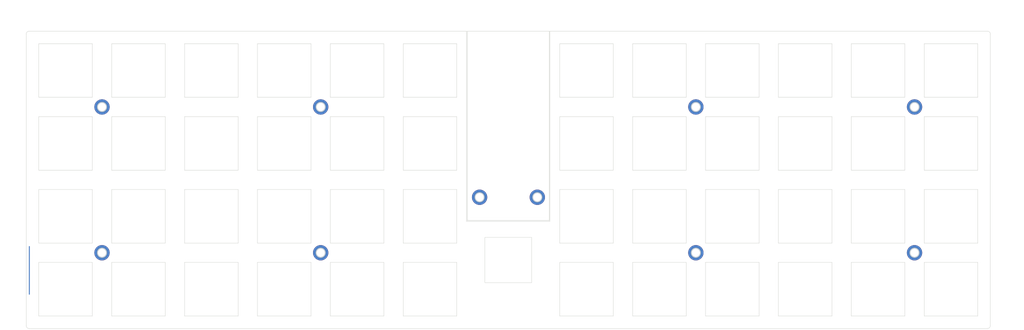
<source format=kicad_pcb>
(kicad_pcb (version 20211014) (generator pcbnew)
  (layers (0 "F.Cu" signal) (31 "B.Cu" signal) (34 "B.Paste" user) (35 "F.Paste" user) (36 "B.SilkS" user "B.Silkscreen") (37 "F.SilkS" user "F.Silkscreen") (38 "B.Mask" user) (39 "F.Mask" user) (44 "Edge.Cuts" user))
  (net 0 "")
  (footprint "marbastlib-mx:SW_MX_1u_Plate" (layer "F.Cu") (at 206.125 122.35)
    (fp_text reference "REF**" hide)
    (fp_text value "SW_MX_1u_Plate" hide)
    (fp_line (start -7 -7) (end -7 7) (layer "Edge.Cuts") (width 0.1))
    (fp_line (start 7 -7) (end -7 -7) (layer "Edge.Cuts") (width 0.1))
    (fp_line (start 7 7) (end -7 7) (layer "Edge.Cuts") (width 0.1))
    (fp_line (start 7 -7) (end 7 7) (layer "Edge.Cuts") (width 0.1))
  )
  (footprint "marbastlib-mx:SW_MX_1u_Plate" (layer "F.Cu") (at 89.0264 65.2)
    (fp_text reference "REF**" hide)
    (fp_text value "SW_MX_1u_Plate" hide)
    (fp_line (start 7 -7) (end -7 -7) (layer "Edge.Cuts") (width 0.1))
    (fp_line (start -7 -7) (end -7 7) (layer "Edge.Cuts") (width 0.1))
    (fp_line (start 7 7) (end -7 7) (layer "Edge.Cuts") (width 0.1))
    (fp_line (start 7 -7) (end 7 7) (layer "Edge.Cuts") (width 0.1))
  )
  (footprint "marbastlib-mx:SW_MX_1u_Plate" (layer "F.Cu") (at 187.075 103.3)
    (fp_text reference "REF**" hide)
    (fp_text value "SW_MX_1u_Plate" hide)
    (fp_line (start -7 -7) (end -7 7) (layer "Edge.Cuts") (width 0.1))
    (fp_line (start 7 7) (end -7 7) (layer "Edge.Cuts") (width 0.1))
    (fp_line (start 7 -7) (end -7 -7) (layer "Edge.Cuts") (width 0.1))
    (fp_line (start 7 -7) (end 7 7) (layer "Edge.Cuts") (width 0.1))
  )
  (footprint "marbastlib-mx:SW_MX_1u_Plate" (layer "F.Cu") (at 108.0764 103.3)
    (fp_text reference "REF**" hide)
    (fp_text value "SW_MX_1u_Plate" hide)
    (fp_line (start 7 -7) (end -7 -7) (layer "Edge.Cuts") (width 0.1))
    (fp_line (start 7 7) (end -7 7) (layer "Edge.Cuts") (width 0.1))
    (fp_line (start 7 -7) (end 7 7) (layer "Edge.Cuts") (width 0.1))
    (fp_line (start -7 -7) (end -7 7) (layer "Edge.Cuts") (width 0.1))
  )
  (footprint "marbastlib-mx:SW_MX_1u_Plate" (layer "F.Cu") (at 244.225 103.3)
    (fp_text reference "REF**" hide)
    (fp_text value "SW_MX_1u_Plate" hide)
    (fp_line (start 7 -7) (end -7 -7) (layer "Edge.Cuts") (width 0.1))
    (fp_line (start 7 7) (end -7 7) (layer "Edge.Cuts") (width 0.1))
    (fp_line (start 7 -7) (end 7 7) (layer "Edge.Cuts") (width 0.1))
    (fp_line (start -7 -7) (end -7 7) (layer "Edge.Cuts") (width 0.1))
  )
  (footprint "marbastlib-mx:SW_MX_1u_Plate" (layer "F.Cu") (at 206.125 84.25)
    (fp_text reference "REF**" hide)
    (fp_text value "SW_MX_1u_Plate" hide)
    (fp_line (start 7 7) (end -7 7) (layer "Edge.Cuts") (width 0.1))
    (fp_line (start 7 -7) (end 7 7) (layer "Edge.Cuts") (width 0.1))
    (fp_line (start -7 -7) (end -7 7) (layer "Edge.Cuts") (width 0.1))
    (fp_line (start 7 -7) (end -7 -7) (layer "Edge.Cuts") (width 0.1))
  )
  (footprint "marbastlib-mx:SW_MX_1u_Plate" (layer "F.Cu") (at 50.9264 65.2)
    (fp_text reference "REF**" hide)
    (fp_text value "SW_MX_1u_Plate" hide)
    (fp_line (start 7 -7) (end -7 -7) (layer "Edge.Cuts") (width 0.1))
    (fp_line (start 7 7) (end -7 7) (layer "Edge.Cuts") (width 0.1))
    (fp_line (start -7 -7) (end -7 7) (layer "Edge.Cuts") (width 0.1))
    (fp_line (start 7 -7) (end 7 7) (layer "Edge.Cuts") (width 0.1))
  )
  (footprint "marbastlib-mx:SW_MX_1u_Plate" (layer "F.Cu") (at 89.0264 84.25)
    (fp_text reference "REF**" hide)
    (fp_text value "SW_MX_1u_Plate" hide)
    (fp_line (start 7 7) (end -7 7) (layer "Edge.Cuts") (width 0.1))
    (fp_line (start 7 -7) (end -7 -7) (layer "Edge.Cuts") (width 0.1))
    (fp_line (start 7 -7) (end 7 7) (layer "Edge.Cuts") (width 0.1))
    (fp_line (start -7 -7) (end -7 7) (layer "Edge.Cuts") (width 0.1))
  )
  (footprint "marbastlib-mx:SW_MX_1u_Plate" (layer "F.Cu") (at 225.175 65.2)
    (fp_text reference "REF**" hide)
    (fp_text value "SW_MX_1u_Plate" hide)
    (fp_line (start -7 -7) (end -7 7) (layer "Edge.Cuts") (width 0.1))
    (fp_line (start 7 7) (end -7 7) (layer "Edge.Cuts") (width 0.1))
    (fp_line (start 7 -7) (end 7 7) (layer "Edge.Cuts") (width 0.1))
    (fp_line (start 7 -7) (end -7 -7) (layer "Edge.Cuts") (width 0.1))
  )
  (footprint "marbastlib-mx:SW_MX_1u_Plate" (layer "F.Cu") (at 50.9264 103.3)
    (fp_text reference "REF**" hide)
    (fp_text value "SW_MX_1u_Plate" hide)
    (fp_line (start 7 -7) (end 7 7) (layer "Edge.Cuts") (width 0.1))
    (fp_line (start -7 -7) (end -7 7) (layer "Edge.Cuts") (width 0.1))
    (fp_line (start 7 7) (end -7 7) (layer "Edge.Cuts") (width 0.1))
    (fp_line (start 7 -7) (end -7 -7) (layer "Edge.Cuts") (width 0.1))
  )
  (footprint "Kb_part:lo_oc_nho" (layer "F.Cu") (at 196.6 112.825)
    (fp_text reference "REF**" hide)
    (fp_text value "lo_oc_nho" hide)
    (pad "" thru_hole circle (at 0 0) (size 4 4) (drill 2.2) (layers F&B.Cu *.Mask "Dwgs.User"))
  )
  (footprint "marbastlib-mx:SW_MX_1u_Plate" (layer "F.Cu") (at 69.9764 122.35)
    (fp_text reference "REF**" hide)
    (fp_text value "SW_MX_1u_Plate" hide)
    (fp_line (start 7 7) (end -7 7) (layer "Edge.Cuts") (width 0.1))
    (fp_line (start 7 -7) (end -7 -7) (layer "Edge.Cuts") (width 0.1))
    (fp_line (start -7 -7) (end -7 7) (layer "Edge.Cuts") (width 0.1))
    (fp_line (start 7 -7) (end 7 7) (layer "Edge.Cuts") (width 0.1))
  )
  (footprint "Kb_part:lo_oc_nho" (layer "F.Cu") (at 98.5514 112.825)
    (fp_text reference "REF**" hide)
    (fp_text value "lo_oc_nho" hide)
    (pad "" thru_hole circle (at 0 0) (size 4 4) (drill 2.2) (layers F&B.Cu *.Mask "Dwgs.User"))
  )
  (footprint "marbastlib-mx:SW_MX_1u_Plate" (layer "F.Cu") (at 168.025 65.2)
    (fp_text reference "REF**" hide)
    (fp_text value "SW_MX_1u_Plate" hide)
    (fp_line (start -7 -7) (end -7 7) (layer "Edge.Cuts") (width 0.1))
    (fp_line (start 7 -7) (end -7 -7) (layer "Edge.Cuts") (width 0.1))
    (fp_line (start 7 7) (end -7 7) (layer "Edge.Cuts") (width 0.1))
    (fp_line (start 7 -7) (end 7 7) (layer "Edge.Cuts") (width 0.1))
  )
  (footprint "marbastlib-mx:SW_MX_1u_Plate" (layer "F.Cu") (at 69.9764 103.3)
    (fp_text reference "REF**" hide)
    (fp_text value "SW_MX_1u_Plate" hide)
    (fp_line (start 7 -7) (end -7 -7) (layer "Edge.Cuts") (width 0.1))
    (fp_line (start 7 -7) (end 7 7) (layer "Edge.Cuts") (width 0.1))
    (fp_line (start -7 -7) (end -7 7) (layer "Edge.Cuts") (width 0.1))
    (fp_line (start 7 7) (end -7 7) (layer "Edge.Cuts") (width 0.1))
  )
  (footprint "marbastlib-mx:SW_MX_1u_Plate" (layer "F.Cu") (at 69.9764 65.2)
    (fp_text reference "REF**" hide)
    (fp_text value "SW_MX_1u_Plate" hide)
    (fp_line (start 7 -7) (end -7 -7) (layer "Edge.Cuts") (width 0.1))
    (fp_line (start -7 -7) (end -7 7) (layer "Edge.Cuts") (width 0.1))
    (fp_line (start 7 -7) (end 7 7) (layer "Edge.Cuts") (width 0.1))
    (fp_line (start 7 7) (end -7 7) (layer "Edge.Cuts") (width 0.1))
  )
  (footprint "marbastlib-mx:SW_MX_1u_Plate" (layer "F.Cu") (at 127.1264 65.2)
    (fp_text reference "REF**" hide)
    (fp_text value "SW_MX_1u_Plate" hide)
    (fp_line (start -7 -7) (end -7 7) (layer "Edge.Cuts") (width 0.1))
    (fp_line (start 7 7) (end -7 7) (layer "Edge.Cuts") (width 0.1))
    (fp_line (start 7 -7) (end 7 7) (layer "Edge.Cuts") (width 0.1))
    (fp_line (start 7 -7) (end -7 -7) (layer "Edge.Cuts") (width 0.1))
  )
  (footprint "marbastlib-mx:SW_MX_1u_Plate" (layer "F.Cu") (at 108.0764 65.2)
    (fp_text reference "REF**" hide)
    (fp_text value "SW_MX_1u_Plate" hide)
    (fp_line (start 7 -7) (end 7 7) (layer "Edge.Cuts") (width 0.1))
    (fp_line (start -7 -7) (end -7 7) (layer "Edge.Cuts") (width 0.1))
    (fp_line (start 7 -7) (end -7 -7) (layer "Edge.Cuts") (width 0.1))
    (fp_line (start 7 7) (end -7 7) (layer "Edge.Cuts") (width 0.1))
  )
  (footprint "marbastlib-mx:SW_MX_1u_Plate" (layer "F.Cu") (at 225.175 122.35)
    (fp_text reference "REF**" hide)
    (fp_text value "SW_MX_1u_Plate" hide)
    (fp_line (start 7 -7) (end 7 7) (layer "Edge.Cuts") (width 0.1))
    (fp_line (start 7 7) (end -7 7) (layer "Edge.Cuts") (width 0.1))
    (fp_line (start -7 -7) (end -7 7) (layer "Edge.Cuts") (width 0.1))
    (fp_line (start 7 -7) (end -7 -7) (layer "Edge.Cuts") (width 0.1))
  )
  (footprint "marbastlib-mx:SW_MX_1u_Plate" (layer "F.Cu") (at 187.075 122.35)
    (fp_text reference "REF**" hide)
    (fp_text value "SW_MX_1u_Plate" hide)
    (fp_line (start -7 -7) (end -7 7) (layer "Edge.Cuts") (width 0.1))
    (fp_line (start 7 7) (end -7 7) (layer "Edge.Cuts") (width 0.1))
    (fp_line (start 7 -7) (end -7 -7) (layer "Edge.Cuts") (width 0.1))
    (fp_line (start 7 -7) (end 7 7) (layer "Edge.Cuts") (width 0.1))
  )
  (footprint "marbastlib-mx:SW_MX_1u_Plate" (layer "F.Cu") (at 127.1264 122.35)
    (fp_text reference "REF**" hide)
    (fp_text value "SW_MX_1u_Plate" hide)
    (fp_line (start 7 -7) (end -7 -7) (layer "Edge.Cuts") (width 0.1))
    (fp_line (start -7 -7) (end -7 7) (layer "Edge.Cuts") (width 0.1))
    (fp_line (start 7 7) (end -7 7) (layer "Edge.Cuts") (width 0.1))
    (fp_line (start 7 -7) (end 7 7) (layer "Edge.Cuts") (width 0.1))
  )
  (footprint "marbastlib-mx:SW_MX_1u_Plate" (layer "F.Cu") (at 127.1264 84.25)
    (fp_text reference "REF**" hide)
    (fp_text value "SW_MX_1u_Plate" hide)
    (fp_line (start -7 -7) (end -7 7) (layer "Edge.Cuts") (width 0.1))
    (fp_line (start 7 7) (end -7 7) (layer "Edge.Cuts") (width 0.1))
    (fp_line (start 7 -7) (end -7 -7) (layer "Edge.Cuts") (width 0.1))
    (fp_line (start 7 -7) (end 7 7) (layer "Edge.Cuts") (width 0.1))
  )
  (footprint "marbastlib-mx:SW_MX_1u_Plate" (layer "F.Cu") (at 69.9764 84.25)
    (fp_text reference "REF**" hide)
    (fp_text value "SW_MX_1u_Plate" hide)
    (fp_line (start 7 -7) (end -7 -7) (layer "Edge.Cuts") (width 0.1))
    (fp_line (start 7 -7) (end 7 7) (layer "Edge.Cuts") (width 0.1))
    (fp_line (start 7 7) (end -7 7) (layer "Edge.Cuts") (width 0.1))
    (fp_line (start -7 -7) (end -7 7) (layer "Edge.Cuts") (width 0.1))
  )
  (footprint "Kb_part:lo_oc_nho" (layer "F.Cu") (at 98.5514 74.725)
    (fp_text reference "REF**" hide)
    (fp_text value "lo_oc_nho" hide)
    (pad "" thru_hole circle (at 0 0) (size 4 4) (drill 2.2) (layers F&B.Cu *.Mask "Dwgs.User"))
  )
  (footprint "marbastlib-mx:SW_MX_1u_Plate" (layer "F.Cu") (at 168.025 84.25)
    (fp_text reference "REF**" hide)
    (fp_text value "SW_MX_1u_Plate" hide)
    (fp_line (start -7 -7) (end -7 7) (layer "Edge.Cuts") (width 0.1))
    (fp_line (start 7 -7) (end -7 -7) (layer "Edge.Cuts") (width 0.1))
    (fp_line (start 7 7) (end -7 7) (layer "Edge.Cuts") (width 0.1))
    (fp_line (start 7 -7) (end 7 7) (layer "Edge.Cuts") (width 0.1))
  )
  (footprint "marbastlib-mx:SW_MX_1u_Plate" (layer "F.Cu") (at 89.0264 103.3)
    (fp_text reference "REF**" hide)
    (fp_text value "SW_MX_1u_Plate" hide)
    (fp_line (start 7 7) (end -7 7) (layer "Edge.Cuts") (width 0.1))
    (fp_line (start 7 -7) (end 7 7) (layer "Edge.Cuts") (width 0.1))
    (fp_line (start -7 -7) (end -7 7) (layer "Edge.Cuts") (width 0.1))
    (fp_line (start 7 -7) (end -7 -7) (layer "Edge.Cuts") (width 0.1))
  )
  (footprint "marbastlib-mx:SW_MX_1u_Plate" (layer "F.Cu") (at 31.881 122.35)
    (fp_text reference "REF**" hide)
    (fp_text value "SW_MX_1u_Plate" hide)
    (fp_line (start 7 -7) (end 7 7) (layer "Edge.Cuts") (width 0.1))
    (fp_line (start -7 -7) (end -7 7) (layer "Edge.Cuts") (width 0.1))
    (fp_line (start 7 -7) (end -7 -7) (layer "Edge.Cuts") (width 0.1))
    (fp_line (start 7 7) (end -7 7) (layer "Edge.Cuts") (width 0.1))
  )
  (footprint "marbastlib-mx:SW_MX_1u_Plate" (layer "F.Cu") (at 187.075 84.25)
    (fp_text reference "REF**" hide)
    (fp_text value "SW_MX_1u_Plate" hide)
    (fp_line (start -7 -7) (end -7 7) (layer "Edge.Cuts") (width 0.1))
    (fp_line (start 7 -7) (end 7 7) (layer "Edge.Cuts") (width 0.1))
    (fp_line (start 7 7) (end -7 7) (layer "Edge.Cuts") (width 0.1))
    (fp_line (start 7 -7) (end -7 -7) (layer "Edge.Cuts") (width 0.1))
  )
  (footprint "marbastlib-mx:SW_MX_1u_Plate" (layer "F.Cu") (at 244.225 84.25)
    (fp_text reference "REF**" hide)
    (fp_text value "SW_MX_1u_Plate" hide)
    (fp_line (start 7 -7) (end -7 -7) (layer "Edge.Cuts") (width 0.1))
    (fp_line (start 7 -7) (end 7 7) (layer "Edge.Cuts") (width 0.1))
    (fp_line (start 7 7) (end -7 7) (layer "Edge.Cuts") (width 0.1))
    (fp_line (start -7 -7) (end -7 7) (layer "Edge.Cuts") (width 0.1))
  )
  (footprint "marbastlib-mx:SW_MX_1u_Plate" (layer "F.Cu") (at 108.0764 84.25)
    (fp_text reference "REF**" hide)
    (fp_text value "SW_MX_1u_Plate" hide)
    (fp_line (start -7 -7) (end -7 7) (layer "Edge.Cuts") (width 0.1))
    (fp_line (start 7 -7) (end 7 7) (layer "Edge.Cuts") (width 0.1))
    (fp_line (start 7 7) (end -7 7) (layer "Edge.Cuts") (width 0.1))
    (fp_line (start 7 -7) (end -7 -7) (layer "Edge.Cuts") (width 0.1))
  )
  (footprint "marbastlib-mx:SW_MX_1u_Plate" (layer "F.Cu") (at 31.881 65.2)
    (fp_text reference "REF**" hide)
    (fp_text value "SW_MX_1u_Plate" hide)
    (fp_line (start 7 7) (end -7 7) (layer "Edge.Cuts") (width 0.1))
    (fp_line (start 7 -7) (end -7 -7) (layer "Edge.Cuts") (width 0.1))
    (fp_line (start -7 -7) (end -7 7) (layer "Edge.Cuts") (width 0.1))
    (fp_line (start 7 -7) (end 7 7) (layer "Edge.Cuts") (width 0.1))
  )
  (footprint "Kb_part:lo_oc_nho" (layer "F.Cu") (at 196.6 74.725)
    (fp_text reference "REF**" hide)
    (fp_text value "lo_oc_nho" hide)
    (pad "" thru_hole circle (at 0 0) (size 4 4) (drill 2.2) (layers F&B.Cu *.Mask "Dwgs.User"))
  )
  (footprint "" (layer "F.Cu") (at 140.0804 98.32)
    (fp_text reference "" (at 0 0) (layer "F.SilkS") (effects (font (size 1.27 1.27))))
    (fp_text value "" (at 0 0) (layer "F.SilkS") (effects (font (size 1.27 1.27))))
    (pad "" thru_hole circle (at 0 0) (size 4 4) (drill 2.2) (layers F&B.Cu *.Mask "Dwgs.User"))
  )
  (footprint "marbastlib-mx:SW_MX_1u_Plate" (layer "F.Cu") (at 206.125 65.2)
    (fp_text reference "REF**" hide)
    (fp_text value "SW_MX_1u_Plate" hide)
    (fp_line (start 7 -7) (end -7 -7) (layer "Edge.Cuts") (width 0.1))
    (fp_line (start -7 -7) (end -7 7) (layer "Edge.Cuts") (width 0.1))
    (fp_line (start 7 7) (end -7 7) (layer "Edge.Cuts") (width 0.1))
    (fp_line (start 7 -7) (end 7 7) (layer "Edge.Cuts") (width 0.1))
  )
  (footprint "Kb_part:lo_oc_nho" (layer "F.Cu") (at 155.1664 98.32)
    (fp_text reference "REF**" hide)
    (fp_text value "lo_oc_nho" hide)
    (pad "" thru_hole circle (at 0 0) (size 4 4) (drill 2.2) (layers *.Mask "F.Cu" "In1.Cu" "B.Cu" "Dwgs.User"))
  )
  (footprint "marbastlib-mx:SW_MX_1u_Plate" (layer "F.Cu") (at 263.275 84.25)
    (fp_text reference "REF**" hide)
    (fp_text value "SW_MX_1u_Plate" hide)
    (fp_line (start 7 -7) (end -7 -7) (layer "Edge.Cuts") (width 0.1))
    (fp_line (start -7 -7) (end -7 7) (layer "Edge.Cuts") (width 0.1))
    (fp_line (start 7 7) (end -7 7) (layer "Edge.Cuts") (width 0.1))
    (fp_line (start 7 -7) (end 7 7) (layer "Edge.Cuts") (width 0.1))
  )
  (footprint "marbastlib-mx:SW_MX_1u_Plate" (layer "F.Cu") (at 225.175 84.25)
    (fp_text reference "REF**" hide)
    (fp_text value "SW_MX_1u_Plate" hide)
    (fp_line (start 7 -7) (end -7 -7) (layer "Edge.Cuts") (width 0.1))
    (fp_line (start -7 -7) (end -7 7) (layer "Edge.Cuts") (width 0.1))
    (fp_line (start 7 -7) (end 7 7) (layer "Edge.Cuts") (width 0.1))
    (fp_line (start 7 7) (end -7 7) (layer "Edge.Cuts") (width 0.1))
  )
  (footprint "Kb_part:lo_oc_nho" (layer "F.Cu") (at 253.75 74.725)
    (fp_text reference "REF**" hide)
    (fp_text value "lo_oc_nho" hide)
    (pad "" thru_hole circle (at 0 0) (size 4 4) (drill 2.2) (layers F&B.Cu *.Mask "Dwgs.User"))
  )
  (footprint "marbastlib-mx:SW_MX_1u_Plate" (layer "F.Cu") (at 50.9264 84.25)
    (fp_text reference "REF**" hide)
    (fp_text value "SW_MX_1u_Plate" hide)
    (fp_line (start -7 -7) (end -7 7) (layer "Edge.Cuts") (width 0.1))
    (fp_line (start 7 -7) (end -7 -7) (layer "Edge.Cuts") (width 0.1))
    (fp_line (start 7 -7) (end 7 7) (layer "Edge.Cuts") (width 0.1))
    (fp_line (start 7 7) (end -7 7) (layer "Edge.Cuts") (width 0.1))
  )
  (footprint "marbastlib-mx:SW_MX_1u_Plate" (layer "F.Cu") (at 263.275 122.35)
    (fp_text reference "REF**" hide)
    (fp_text value "SW_MX_1u_Plate" hide)
    (fp_line (start 7 -7) (end 7 7) (layer "Edge.Cuts") (width 0.1))
    (fp_line (start 7 7) (end -7 7) (layer "Edge.Cuts") (width 0.1))
    (fp_line (start -7 -7) (end -7 7) (layer "Edge.Cuts") (width 0.1))
    (fp_line (start 7 -7) (end -7 -7) (layer "Edge.Cuts") (width 0.1))
  )
  (footprint "marbastlib-mx:SW_MX_1u_Plate" (layer "F.Cu") (at 168.025 122.35)
    (fp_text reference "REF**" hide)
    (fp_text value "SW_MX_1u_Plate" hide)
    (fp_line (start 7 7) (end -7 7) (layer "Edge.Cuts") (width 0.1))
    (fp_line (start 7 -7) (end 7 7) (layer "Edge.Cuts") (width 0.1))
    (fp_line (start 7 -7) (end -7 -7) (layer "Edge.Cuts") (width 0.1))
    (fp_line (start -7 -7) (end -7 7) (layer "Edge.Cuts") (width 0.1))
  )
  (footprint "marbastlib-mx:SW_MX_1u_Plate" (layer "F.Cu") (at 187.075 65.2)
    (fp_text reference "REF**" hide)
    (fp_text value "SW_MX_1u_Plate" hide)
    (fp_line (start 7 7) (end -7 7) (layer "Edge.Cuts") (width 0.1))
    (fp_line (start -7 -7) (end -7 7) (layer "Edge.Cuts") (width 0.1))
    (fp_line (start 7 -7) (end -7 -7) (layer "Edge.Cuts") (width 0.1))
    (fp_line (start 7 -7) (end 7 7) (layer "Edge.Cuts") (width 0.1))
  )
  (footprint "marbastlib-mx:SW_MX_1u_Plate" (layer "F.Cu") (at 225.175 103.3)
    (fp_text reference "REF**" hide)
    (fp_text value "SW_MX_1u_Plate" hide)
    (fp_line (start -7 -7) (end -7 7) (layer "Edge.Cuts") (width 0.1))
    (fp_line (start 7 -7) (end -7 -7) (layer "Edge.Cuts") (width 0.1))
    (fp_line (start 7 -7) (end 7 7) (layer "Edge.Cuts") (width 0.1))
    (fp_line (start 7 7) (end -7 7) (layer "Edge.Cuts") (width 0.1))
  )
  (footprint "marbastlib-mx:SW_MX_1u_Plate" (layer "F.Cu") (at 89.0264 122.35)
    (fp_text reference "REF**" hide)
    (fp_text value "SW_MX_1u_Plate" hide)
    (fp_line (start 7 7) (end -7 7) (layer "Edge.Cuts") (width 0.1))
    (fp_line (start -7 -7) (end -7 7) (layer "Edge.Cuts") (width 0.1))
    (fp_line (start 7 -7) (end 7 7) (layer "Edge.Cuts") (width 0.1))
    (fp_line (start 7 -7) (end -7 -7) (layer "Edge.Cuts") (width 0.1))
  )
  (footprint "marbastlib-mx:SW_MX_1u_Plate" (layer "F.Cu") (at 50.9264 122.35)
    (fp_text reference "REF**" hide)
    (fp_text value "SW_MX_1u_Plate" hide)
    (fp_line (start -7 -7) (end -7 7) (layer "Edge.Cuts") (width 0.1))
    (fp_line (start 7 -7) (end 7 7) (layer "Edge.Cuts") (width 0.1))
    (fp_line (start 7 7) (end -7 7) (layer "Edge.Cuts") (width 0.1))
    (fp_line (start 7 -7) (end -7 -7) (layer "Edge.Cuts") (width 0.1))
  )
  (footprint "marbastlib-mx:SW_MX_1u_Plate" (layer "F.Cu") (at 127.1264 103.3)
    (fp_text reference "REF**" hide)
    (fp_text value "SW_MX_1u_Plate" hide)
    (fp_line (start 7 -7) (end 7 7) (layer "Edge.Cuts") (width 0.1))
    (fp_line (start 7 -7) (end -7 -7) (layer "Edge.Cuts") (width 0.1))
    (fp_line (start 7 7) (end -7 7) (layer "Edge.Cuts") (width 0.1))
    (fp_line (start -7 -7) (end -7 7) (layer "Edge.Cuts") (width 0.1))
  )
  (footprint "marbastlib-mx:SW_MX_1u_Plate" (layer "F.Cu") (at 168.025 103.3)
    (fp_text reference "REF**" hide)
    (fp_text value "SW_MX_1u_Plate" hide)
    (fp_line (start -7 -7) (end -7 7) (layer "Edge.Cuts") (width 0.1))
    (fp_line (start 7 -7) (end 7 7) (layer "Edge.Cuts") (width 0.1))
    (fp_line (start 7 -7) (end -7 -7) (layer "Edge.Cuts") (width 0.1))
    (fp_line (start 7 7) (end -7 7) (layer "Edge.Cuts") (width 0.1))
  )
  (footprint "marbastlib-mx:SW_MX_1u_Plate" (layer "F.Cu") (at 244.225 65.2)
    (fp_text reference "REF**" hide)
    (fp_text value "SW_MX_1u_Plate" hide)
    (fp_line (start 7 -7) (end -7 -7) (layer "Edge.Cuts") (width 0.1))
    (fp_line (start -7 -7) (end -7 7) (layer "Edge.Cuts") (width 0.1))
    (fp_line (start 7 -7) (end 7 7) (layer "Edge.Cuts") (width 0.1))
    (fp_line (start 7 7) (end -7 7) (layer "Edge.Cuts") (width 0.1))
  )
  (footprint "marbastlib-mx:SW_MX_1u_Plate" (layer "F.Cu") (at 108.0764 122.35)
    (fp_text reference "REF**" hide)
    (fp_text value "SW_MX_1u_Plate" hide)
    (fp_line (start 7 7) (end -7 7) (layer "Edge.Cuts") (width 0.1))
    (fp_line (start 7 -7) (end 7 7) (layer "Edge.Cuts") (width 0.1))
    (fp_line (start 7 -7) (end -7 -7) (layer "Edge.Cuts") (width 0.1))
    (fp_line (start -7 -7) (end -7 7) (layer "Edge.Cuts") (width 0.1))
  )
  (footprint "Kb_part:lo_oc_nho" (layer "F.Cu") (at 41.4014 112.825)
    (fp_text reference "REF**" hide)
    (fp_text value "lo_oc_nho" hide)
    (pad "" thru_hole circle (at 0 0) (size 4 4) (drill 2.2) (layers F&B.Cu *.Mask "Dwgs.User"))
  )
  (footprint "marbastlib-mx:SW_MX_1u_Plate" (layer "F.Cu") (at 244.225 122.35)
    (fp_text reference "REF**" hide)
    (fp_text value "SW_MX_1u_Plate" hide)
    (fp_line (start -7 -7) (end -7 7) (layer "Edge.Cuts") (width 0.1))
    (fp_line (start 7 -7) (end 7 7) (layer "Edge.Cuts") (width 0.1))
    (fp_line (start 7 -7) (end -7 -7) (layer "Edge.Cuts") (width 0.1))
    (fp_line (start 7 7) (end -7 7) (layer "Edge.Cuts") (width 0.1))
  )
  (footprint "marbastlib-mx:SW_MX_1u_Plate" (layer "F.Cu") (at 31.881 103.3)
    (fp_text reference "REF**" hide)
    (fp_text value "SW_MX_1u_Plate" hide)
    (fp_line (start 7 -7) (end 7 7) (layer "Edge.Cuts") (width 0.1))
    (fp_line (start 7 -7) (end -7 -7) (layer "Edge.Cuts") (width 0.1))
    (fp_line (start -7 -7) (end -7 7) (layer "Edge.Cuts") (width 0.1))
    (fp_line (start 7 7) (end -7 7) (layer "Edge.Cuts") (width 0.1))
  )
  (footprint "marbastlib-mx:SW_MX_1u_Plate" (layer "F.Cu") (at 31.881 84.25)
    (fp_text reference "REF**" hide)
    (fp_text value "SW_MX_1u_Plate" hide)
    (fp_line (start 7 7) (end -7 7) (layer "Edge.Cuts") (width 0.1))
    (fp_line (start 7 -7) (end 7 7) (layer "Edge.Cuts") (width 0.1))
    (fp_line (start 7 -7) (end -7 -7) (layer "Edge.Cuts") (width 0.1))
    (fp_line (start -7 -7) (end -7 7) (layer "Edge.Cuts") (width 0.1))
  )
  (footprint "marbastlib-mx:SW_MX_1u_Plate" (layer "F.Cu") (at 206.125 103.3)
    (fp_text reference "REF**" hide)
    (fp_text value "SW_MX_1u_Plate" hide)
    (fp_line (start -7 -7) (end -7 7) (layer "Edge.Cuts") (width 0.1))
    (fp_line (start 7 -7) (end -7 -7) (layer "Edge.Cuts") (width 0.1))
    (fp_line (start 7 -7) (end 7 7) (layer "Edge.Cuts") (width 0.1))
    (fp_line (start 7 7) (end -7 7) (layer "Edge.Cuts") (width 0.1))
  )
  (footprint "marbastlib-mx:SW_MX_1u_Plate" (layer "F.Cu") (at 263.275 103.3)
    (fp_text reference "REF**" hide)
    (fp_text value "SW_MX_1u_Plate" hide)
    (fp_line (start 7 -7) (end -7 -7) (layer "Edge.Cuts") (width 0.1))
    (fp_line (start -7 -7) (end -7 7) (layer "Edge.Cuts") (width 0.1))
    (fp_line (start 7 7) (end -7 7) (layer "Edge.Cuts") (width 0.1))
    (fp_line (start 7 -7) (end 7 7) (layer "Edge.Cuts") (width 0.1))
  )
  (footprint "marbastlib-mx:SW_MX_1u_Plate" (layer "F.Cu") (at 263.275 65.2)
    (fp_text reference "REF**" hide)
    (fp_text value "SW_MX_1u_Plate" hide)
    (fp_line (start 7 -7) (end 7 7) (layer "Edge.Cuts") (width 0.1))
    (fp_line (start 7 -7) (end -7 -7) (layer "Edge.Cuts") (width 0.1))
    (fp_line (start -7 -7) (end -7 7) (layer "Edge.Cuts") (width 0.1))
    (fp_line (start 7 7) (end -7 7) (layer "Edge.Cuts") (width 0.1))
  )
  (footprint "Kb_part:lo_oc_nho" (layer "F.Cu") (at 253.75 112.825)
    (fp_text reference "REF**" hide)
    (fp_text value "lo_oc_nho" hide)
    (pad "" thru_hole circle (at 0 0) (size 4 4) (drill 2.2) (layers F&B.Cu *.Mask "Dwgs.User"))
  )
  (footprint "Kb_part:lo_oc_nho" (layer "F.Cu") (at 41.4037 74.725)
    (fp_text reference "REF**" hide)
    (fp_text value "lo_oc_nho" hide)
    (pad "" thru_hole circle (at 0 0) (size 4 4) (drill 2.2) (layers *.Mask "F.Cu" "In1.Cu" "B.Cu" "Dwgs.User"))
  )
  (gr_rect (start 141.46165 108.8179) (end 153.68165 120.6379) (layer "Edge.Cuts") (width 0.1) (fill none))
  (gr_line (start 136.85165 104.3779) (end 158.27165 104.3779) (layer "Edge.Cuts") (width 0.1))
  (gr_circle (center 41.406 112.825) (end 42.616 112.9) (layer "Edge.Cuts") (width 0.2) (fill none))
  (gr_line (start 272.800048 54.913) (end 158.46165 54.913) (layer "Edge.Cuts") (width 0.1))
  (gr_arc (start 273.552752 131.875) (mid 273.329567 132.413816) (end 272.790752 132.637) (layer "Edge.Cuts") (width 0.1))
  (gr_line (start 158.27165 104.3779) (end 158.27165 54.913) (layer "Edge.Cuts") (width 0.1))
  (gr_line (start 22.356048 132.637) (end 272.790752 132.637) (layer "Edge.Cuts") (width 0.1))
  (gr_arc (start 21.5894 55.675) (mid 21.815558 55.135912) (end 22.356011 54.913011) (layer "Edge.Cuts") (width 0.1))
  (gr_circle (center 98.5514 74.725) (end 99.7614 74.8) (layer "Edge.Cuts") (width 0.2) (fill none))
  (gr_circle (center 196.6 74.725) (end 197.81 74.8) (layer "Edge.Cuts") (width 0.2) (fill none))
  (gr_circle (center 253.75 74.725) (end 254.96 74.8) (layer "Edge.Cuts") (width 0.2) (fill none))
  (gr_circle (center 140.0804 98.32) (end 141.284 98.34) (layer "Edge.Cuts") (width 0.2) (fill none))
  (gr_line (start 136.66165 54.913) (end 136.66165 104.6179) (layer "Edge.Cuts") (width 0.1))
  (gr_circle (center 155.1664 98.32) (end 156.37 98.34) (layer "Edge.Cuts") (width 0.2) (fill none))
  (gr_arc (start 272.800048 54.913) (mid 273.338865 55.136184) (end 273.562048 55.675) (layer "Edge.Cuts") (width 0.1))
  (gr_circle (center 196.6 112.825) (end 197.81 112.9) (layer "Edge.Cuts") (width 0.2) (fill none))
  (gr_line (start 136.85165 54.913) (end 136.85165 104.3779) (layer "Edge.Cuts") (width 0.1))
  (gr_line (start 136.85165 54.913) (end 158.27165 54.913) (layer "Edge.Cuts") (width 0.1))
  (gr_arc (start 22.356048 132.637) (mid 21.817234 132.413815) (end 21.594048 131.875) (layer "Edge.Cuts") (width 0.1))
  (gr_circle (center 98.5514 112.825) (end 99.7614 112.9) (layer "Edge.Cuts") (width 0.2) (fill none))
  (gr_line (start 136.66165 104.6179) (end 158.46165 104.6179) (layer "Edge.Cuts") (width 0.1))
  (gr_line (start 22.356011 54.913011) (end 136.66165 54.913) (layer "Edge.Cuts") (width 0.1))
  (gr_line (start 273.552752 131.875) (end 273.562048 55.675) (layer "Edge.Cuts") (width 0.1))
  (gr_line (start 21.5894 55.675) (end 21.594048 131.875) (layer "Edge.Cuts") (width 0.1))
  (gr_circle (center 253.75 112.825) (end 254.96 112.9) (layer "Edge.Cuts") (width 0.2) (fill none))
  (gr_line (start 158.46165 104.6179) (end 158.46165 54.913) (layer "Edge.Cuts") (width 0.1))
  (gr_circle (center 41.406 74.725) (end 42.616 74.8) (layer "Edge.Cuts") (width 0.2) (fill none))
  (segment (start 22.4134 111.1994) (end 22.4134 123.6624) (width 0.25) (layer "B.Cu") (net 0))
)
</source>
